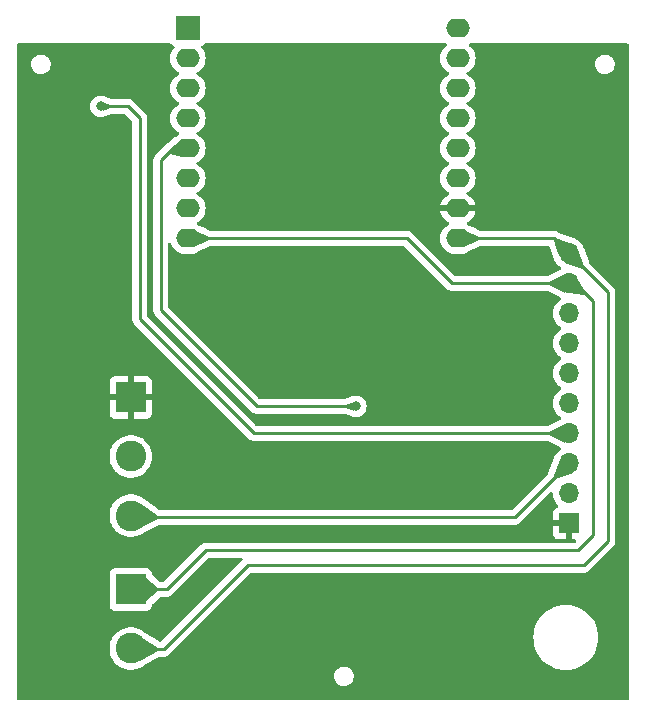
<source format=gbl>
%TF.GenerationSoftware,KiCad,Pcbnew,7.0.8*%
%TF.CreationDate,2023-11-06T13:52:09-08:00*%
%TF.ProjectId,RatGDO-OpenSource-D1Mini-ESP8266,52617447-444f-42d4-9f70-656e536f7572,2.5.0*%
%TF.SameCoordinates,Original*%
%TF.FileFunction,Copper,L2,Bot*%
%TF.FilePolarity,Positive*%
%FSLAX46Y46*%
G04 Gerber Fmt 4.6, Leading zero omitted, Abs format (unit mm)*
G04 Created by KiCad (PCBNEW 7.0.8) date 2023-11-06 13:52:09*
%MOMM*%
%LPD*%
G01*
G04 APERTURE LIST*
%TA.AperFunction,ComponentPad*%
%ADD10R,2.600000X2.600000*%
%TD*%
%TA.AperFunction,ComponentPad*%
%ADD11C,2.600000*%
%TD*%
%TA.AperFunction,ComponentPad*%
%ADD12R,2.000000X2.000000*%
%TD*%
%TA.AperFunction,ComponentPad*%
%ADD13O,2.000000X1.600000*%
%TD*%
%TA.AperFunction,ComponentPad*%
%ADD14R,1.700000X1.700000*%
%TD*%
%TA.AperFunction,ComponentPad*%
%ADD15O,1.700000X1.700000*%
%TD*%
%TA.AperFunction,ViaPad*%
%ADD16C,0.800000*%
%TD*%
%TA.AperFunction,Conductor*%
%ADD17C,0.250000*%
%TD*%
G04 APERTURE END LIST*
D10*
%TO.P,J3,1,3V3*%
%TO.N,+3V3*%
X124714000Y-113538000D03*
D11*
%TO.P,J3,2,5V*%
%TO.N,+5V*%
X124714000Y-118538000D03*
%TD*%
D12*
%TO.P,U1,1,~{RST}*%
%TO.N,unconnected-(U1-~{RST}-Pad1)*%
X129547500Y-66040000D03*
D13*
%TO.P,U1,2,A0*%
%TO.N,unconnected-(U1-A0-Pad2)*%
X129547500Y-68580000D03*
%TO.P,U1,3,D0*%
%TO.N,Net-(Q3-G)*%
X129547500Y-71120000D03*
%TO.P,U1,4,SCK/D5*%
%TO.N,Net-(D1-A)*%
X129547500Y-73660000D03*
%TO.P,U1,5,MISO/D6*%
%TO.N,Net-(D2-A)*%
X129547500Y-76200000D03*
%TO.P,U1,6,MOSI/D7*%
%TO.N,Net-(U1-MOSI{slash}D7)*%
X129547500Y-78740000D03*
%TO.P,U1,7,CS/D8*%
%TO.N,Net-(Q4-G)*%
X129547500Y-81280000D03*
%TO.P,U1,8,3V3*%
%TO.N,+3V3*%
X129547500Y-83820000D03*
%TO.P,U1,9,5V*%
%TO.N,+5V*%
X152407500Y-83820000D03*
%TO.P,U1,10,GND*%
%TO.N,GND*%
X152407500Y-81280000D03*
%TO.P,U1,11,D4*%
%TO.N,unconnected-(U1-D4-Pad11)*%
X152407500Y-78740000D03*
%TO.P,U1,12,D3*%
%TO.N,Net-(D3-A)*%
X152407500Y-76200000D03*
%TO.P,U1,13,SDA/D2*%
%TO.N,/ESP_RX*%
X152407500Y-73660000D03*
%TO.P,U1,14,SCL/D1*%
%TO.N,/ESP_TX*%
X152407500Y-71120000D03*
%TO.P,U1,15,RX*%
%TO.N,unconnected-(U1-RX-Pad15)*%
X152407500Y-68580000D03*
%TO.P,U1,16,TX*%
%TO.N,unconnected-(U1-TX-Pad16)*%
X152407500Y-66040000D03*
%TD*%
D10*
%TO.P,J1,1,WHT/GND*%
%TO.N,GND*%
X124714000Y-97282000D03*
D11*
%TO.P,J1,2,RED/CTRL*%
%TO.N,RED{slash}CTRL*%
X124714000Y-102282000D03*
%TO.P,J1,3,BLK/OBST*%
%TO.N,BLK{slash}OBST*%
X124714000Y-107282000D03*
%TD*%
D14*
%TO.P,J2,1,WHT/GND*%
%TO.N,GND*%
X161798000Y-107950000D03*
D15*
%TO.P,J2,2,RED/CTRL*%
%TO.N,RED{slash}CTRL*%
X161798000Y-105410000D03*
%TO.P,J2,3,BLK/OBST*%
%TO.N,BLK{slash}OBST*%
X161798000Y-102870000D03*
%TO.P,J2,4,STS_DOOR*%
%TO.N,STS_DOOR*%
X161798000Y-100330000D03*
%TO.P,J2,5,STS_OBST*%
%TO.N,STS_OBST*%
X161798000Y-97790000D03*
%TO.P,J2,6,DC_OPEN*%
%TO.N,DC_OPEN*%
X161798000Y-95250000D03*
%TO.P,J2,7,DC_CLOSE*%
%TO.N,DC_CLOSE*%
X161798000Y-92710000D03*
%TO.P,J2,8,DC_LIGHT*%
%TO.N,DC_LIGHT*%
X161798000Y-90170000D03*
%TO.P,J2,9,3V3*%
%TO.N,+3V3*%
X161798000Y-87630000D03*
%TO.P,J2,10,5V*%
%TO.N,+5V*%
X161798000Y-85090000D03*
%TD*%
D16*
%TO.N,Net-(D2-A)*%
X143764000Y-98044000D03*
%TO.N,STS_DOOR*%
X122174000Y-72644000D03*
%TD*%
D17*
%TO.N,BLK{slash}OBST*%
X157226000Y-107442000D02*
X161798000Y-102870000D01*
X125585000Y-107442000D02*
X157226000Y-107442000D01*
%TO.N,+5V*%
X165100000Y-88392000D02*
X161798000Y-85090000D01*
X134620000Y-111506000D02*
X163068000Y-111506000D01*
X127508000Y-118618000D02*
X134620000Y-111506000D01*
X125385000Y-118618000D02*
X127508000Y-118618000D01*
X163068000Y-111506000D02*
X165100000Y-109474000D01*
X165100000Y-109474000D02*
X165100000Y-88392000D01*
%TO.N,+3V3*%
X163830000Y-108966000D02*
X163830000Y-89154000D01*
X131064000Y-110236000D02*
X162560000Y-110236000D01*
X163830000Y-89154000D02*
X162306000Y-87630000D01*
X125465000Y-113538000D02*
X127762000Y-113538000D01*
X127762000Y-113538000D02*
X131064000Y-110236000D01*
X162560000Y-110236000D02*
X163830000Y-108966000D01*
%TO.N,Net-(D2-A)*%
X127254000Y-77216000D02*
X128270000Y-76200000D01*
X127254000Y-89916000D02*
X127254000Y-77216000D01*
X135382000Y-98044000D02*
X127254000Y-89916000D01*
X128270000Y-76200000D02*
X129547500Y-76200000D01*
X143764000Y-98044000D02*
X135382000Y-98044000D01*
%TO.N,+5V*%
X152407500Y-83820000D02*
X160528000Y-83820000D01*
X160528000Y-83820000D02*
X161798000Y-85090000D01*
%TO.N,STS_DOOR*%
X125476000Y-90678000D02*
X135128000Y-100330000D01*
X125476000Y-73660000D02*
X125476000Y-90678000D01*
X135128000Y-100330000D02*
X161798000Y-100330000D01*
X124460000Y-72644000D02*
X125476000Y-73660000D01*
X122174000Y-72644000D02*
X124460000Y-72644000D01*
%TO.N,+3V3*%
X151892000Y-87630000D02*
X148082000Y-83820000D01*
X148082000Y-83820000D02*
X129547500Y-83820000D01*
X161798000Y-87630000D02*
X151892000Y-87630000D01*
%TD*%
%TA.AperFunction,Conductor*%
%TO.N,GND*%
G36*
X128129387Y-67329685D02*
G01*
X128161612Y-67359686D01*
X128189954Y-67397546D01*
X128236143Y-67432123D01*
X128305164Y-67483793D01*
X128305169Y-67483796D01*
X128342413Y-67497687D01*
X128398346Y-67539556D01*
X128422765Y-67605020D01*
X128407914Y-67673293D01*
X128386763Y-67701549D01*
X128347454Y-67740858D01*
X128216932Y-67927265D01*
X128216931Y-67927267D01*
X128120761Y-68133502D01*
X128120758Y-68133511D01*
X128061866Y-68353302D01*
X128061864Y-68353313D01*
X128042032Y-68579998D01*
X128042032Y-68580001D01*
X128061864Y-68806686D01*
X128061866Y-68806697D01*
X128120758Y-69026488D01*
X128120761Y-69026497D01*
X128216931Y-69232732D01*
X128216932Y-69232734D01*
X128347454Y-69419141D01*
X128508358Y-69580045D01*
X128508361Y-69580047D01*
X128694766Y-69710568D01*
X128752775Y-69737618D01*
X128805214Y-69783791D01*
X128824366Y-69850984D01*
X128804150Y-69917865D01*
X128752775Y-69962382D01*
X128694767Y-69989431D01*
X128694765Y-69989432D01*
X128508358Y-70119954D01*
X128347454Y-70280858D01*
X128216932Y-70467265D01*
X128216931Y-70467267D01*
X128120761Y-70673502D01*
X128120758Y-70673511D01*
X128061866Y-70893302D01*
X128061864Y-70893313D01*
X128042032Y-71119998D01*
X128042032Y-71120001D01*
X128061864Y-71346686D01*
X128061866Y-71346697D01*
X128120758Y-71566488D01*
X128120761Y-71566497D01*
X128216931Y-71772732D01*
X128216932Y-71772734D01*
X128347454Y-71959141D01*
X128508358Y-72120045D01*
X128508361Y-72120047D01*
X128694766Y-72250568D01*
X128748694Y-72275715D01*
X128752775Y-72277618D01*
X128805214Y-72323791D01*
X128824366Y-72390984D01*
X128804150Y-72457865D01*
X128752775Y-72502382D01*
X128694767Y-72529431D01*
X128694765Y-72529432D01*
X128508358Y-72659954D01*
X128347454Y-72820858D01*
X128216932Y-73007265D01*
X128216931Y-73007267D01*
X128120761Y-73213502D01*
X128120758Y-73213511D01*
X128061866Y-73433302D01*
X128061864Y-73433313D01*
X128042032Y-73659998D01*
X128042032Y-73660001D01*
X128061864Y-73886686D01*
X128061866Y-73886697D01*
X128120758Y-74106488D01*
X128120761Y-74106497D01*
X128216931Y-74312732D01*
X128216932Y-74312734D01*
X128347454Y-74499141D01*
X128508358Y-74660045D01*
X128508361Y-74660047D01*
X128694766Y-74790568D01*
X128752775Y-74817618D01*
X128805214Y-74863791D01*
X128824366Y-74930984D01*
X128804150Y-74997865D01*
X128752775Y-75042382D01*
X128694767Y-75069431D01*
X128694765Y-75069432D01*
X128508366Y-75199948D01*
X128508357Y-75199956D01*
X128469502Y-75238810D01*
X128449274Y-75255177D01*
X128442247Y-75259732D01*
X128442242Y-75259735D01*
X128051011Y-75601377D01*
X128026127Y-75617087D01*
X128026321Y-75617414D01*
X128002364Y-75631580D01*
X127984905Y-75640133D01*
X127966274Y-75647510D01*
X127966262Y-75647517D01*
X127928570Y-75674902D01*
X127923687Y-75678109D01*
X127883580Y-75701829D01*
X127869414Y-75715995D01*
X127854624Y-75728627D01*
X127838414Y-75740404D01*
X127838411Y-75740407D01*
X127808710Y-75776309D01*
X127804777Y-75780631D01*
X127524064Y-76061345D01*
X127521005Y-76064204D01*
X127482524Y-76097809D01*
X127482523Y-76097810D01*
X127475588Y-76104300D01*
X127427405Y-76156186D01*
X127427404Y-76156187D01*
X127427399Y-76156193D01*
X127427343Y-76156268D01*
X127415720Y-76169688D01*
X126870208Y-76715199D01*
X126857951Y-76725020D01*
X126858134Y-76725241D01*
X126852123Y-76730213D01*
X126804772Y-76780636D01*
X126783889Y-76801519D01*
X126783877Y-76801532D01*
X126779621Y-76807017D01*
X126775837Y-76811447D01*
X126743937Y-76845418D01*
X126743936Y-76845420D01*
X126734284Y-76862976D01*
X126723610Y-76879226D01*
X126711329Y-76895061D01*
X126711324Y-76895068D01*
X126692815Y-76937838D01*
X126690245Y-76943084D01*
X126667803Y-76983906D01*
X126662822Y-77003307D01*
X126656521Y-77021710D01*
X126648562Y-77040102D01*
X126648561Y-77040105D01*
X126641271Y-77086127D01*
X126640087Y-77091846D01*
X126628501Y-77136972D01*
X126628500Y-77136982D01*
X126628500Y-77157016D01*
X126626973Y-77176415D01*
X126623840Y-77196194D01*
X126623840Y-77196195D01*
X126628225Y-77242583D01*
X126628500Y-77248421D01*
X126628500Y-89833255D01*
X126626775Y-89848872D01*
X126627061Y-89848899D01*
X126626326Y-89856665D01*
X126628500Y-89925814D01*
X126628500Y-89955343D01*
X126628501Y-89955360D01*
X126629368Y-89962231D01*
X126629826Y-89968050D01*
X126631290Y-90014624D01*
X126631291Y-90014627D01*
X126636880Y-90033867D01*
X126640824Y-90052911D01*
X126643336Y-90072791D01*
X126660490Y-90116119D01*
X126662382Y-90121647D01*
X126675381Y-90166388D01*
X126685580Y-90183634D01*
X126694138Y-90201103D01*
X126701514Y-90219732D01*
X126728898Y-90257423D01*
X126732106Y-90262307D01*
X126755827Y-90302416D01*
X126755833Y-90302424D01*
X126769990Y-90316580D01*
X126782628Y-90331376D01*
X126794405Y-90347586D01*
X126794406Y-90347587D01*
X126830309Y-90377288D01*
X126834620Y-90381210D01*
X132871834Y-96418425D01*
X134881197Y-98427788D01*
X134891022Y-98440051D01*
X134891243Y-98439869D01*
X134896214Y-98445878D01*
X134919599Y-98467837D01*
X134946635Y-98493226D01*
X134967529Y-98514120D01*
X134973011Y-98518373D01*
X134977443Y-98522157D01*
X135011418Y-98554062D01*
X135028976Y-98563714D01*
X135045233Y-98574393D01*
X135061064Y-98586673D01*
X135080737Y-98595186D01*
X135103833Y-98605182D01*
X135109077Y-98607750D01*
X135149908Y-98630197D01*
X135162523Y-98633435D01*
X135169305Y-98635177D01*
X135187719Y-98641481D01*
X135206104Y-98649438D01*
X135252157Y-98656732D01*
X135257826Y-98657906D01*
X135302981Y-98669500D01*
X135323016Y-98669500D01*
X135342413Y-98671026D01*
X135362196Y-98674160D01*
X135408584Y-98669775D01*
X135414422Y-98669500D01*
X142835766Y-98669500D01*
X142879610Y-98677510D01*
X143421599Y-98882394D01*
X143461986Y-98895611D01*
X143467915Y-98897894D01*
X143476073Y-98901527D01*
X143484194Y-98905143D01*
X143484197Y-98905144D01*
X143669354Y-98944500D01*
X143669355Y-98944500D01*
X143858644Y-98944500D01*
X143858646Y-98944500D01*
X144043803Y-98905144D01*
X144216730Y-98828151D01*
X144369871Y-98716888D01*
X144496533Y-98576216D01*
X144591179Y-98412284D01*
X144649674Y-98232256D01*
X144669460Y-98044000D01*
X144649674Y-97855744D01*
X144591179Y-97675716D01*
X144496533Y-97511784D01*
X144369871Y-97371112D01*
X144369870Y-97371111D01*
X144216734Y-97259851D01*
X144216729Y-97259848D01*
X144043807Y-97182857D01*
X144043802Y-97182855D01*
X143898001Y-97151865D01*
X143858646Y-97143500D01*
X143669354Y-97143500D01*
X143629999Y-97151865D01*
X143484198Y-97182855D01*
X143484193Y-97182857D01*
X143455938Y-97195437D01*
X143432400Y-97203205D01*
X143421607Y-97205602D01*
X143421593Y-97205607D01*
X142879609Y-97410489D01*
X142835763Y-97418500D01*
X135692452Y-97418500D01*
X135625413Y-97398815D01*
X135604771Y-97382181D01*
X127915819Y-89693228D01*
X127882334Y-89631905D01*
X127879500Y-89605547D01*
X127879500Y-84306876D01*
X127899185Y-84239837D01*
X127951989Y-84194082D01*
X128021147Y-84184138D01*
X128084703Y-84213163D01*
X128118147Y-84261740D01*
X128118473Y-84261589D01*
X128119375Y-84263524D01*
X128120021Y-84264462D01*
X128120759Y-84266488D01*
X128120761Y-84266496D01*
X128206150Y-84449613D01*
X128216931Y-84472732D01*
X128216932Y-84472734D01*
X128347454Y-84659141D01*
X128508358Y-84820045D01*
X128508361Y-84820047D01*
X128694766Y-84950568D01*
X128901004Y-85046739D01*
X129120808Y-85105635D01*
X129290716Y-85120500D01*
X129804284Y-85120500D01*
X129974192Y-85105635D01*
X130193996Y-85046739D01*
X130246283Y-85022355D01*
X130254144Y-85019321D01*
X130279415Y-85011496D01*
X131446672Y-84457477D01*
X131499841Y-84445500D01*
X147771548Y-84445500D01*
X147838587Y-84465185D01*
X147859229Y-84481819D01*
X151391194Y-88013784D01*
X151401019Y-88026048D01*
X151401240Y-88025866D01*
X151406210Y-88031873D01*
X151406213Y-88031876D01*
X151406214Y-88031877D01*
X151456651Y-88079241D01*
X151477530Y-88100120D01*
X151483004Y-88104366D01*
X151487442Y-88108156D01*
X151521418Y-88140062D01*
X151538973Y-88149713D01*
X151555231Y-88160392D01*
X151571064Y-88172674D01*
X151593015Y-88182172D01*
X151613837Y-88191183D01*
X151619081Y-88193752D01*
X151659908Y-88216197D01*
X151679312Y-88221179D01*
X151697710Y-88227478D01*
X151716105Y-88235438D01*
X151762129Y-88242726D01*
X151767832Y-88243907D01*
X151812981Y-88255500D01*
X151833016Y-88255500D01*
X151852413Y-88257026D01*
X151872196Y-88260160D01*
X151918584Y-88255775D01*
X151924422Y-88255500D01*
X159944251Y-88255500D01*
X159997938Y-88267725D01*
X161089385Y-88791963D01*
X161141292Y-88838731D01*
X161159674Y-88906140D01*
X161138694Y-88972785D01*
X161106821Y-89005312D01*
X160926594Y-89131508D01*
X160759505Y-89298597D01*
X160623965Y-89492169D01*
X160623964Y-89492171D01*
X160524098Y-89706335D01*
X160524094Y-89706344D01*
X160462938Y-89934586D01*
X160462936Y-89934596D01*
X160442341Y-90169999D01*
X160442341Y-90170000D01*
X160462936Y-90405403D01*
X160462938Y-90405413D01*
X160524094Y-90633655D01*
X160524096Y-90633659D01*
X160524097Y-90633663D01*
X160599730Y-90795858D01*
X160623965Y-90847830D01*
X160623967Y-90847834D01*
X160704680Y-90963103D01*
X160745777Y-91021796D01*
X160759501Y-91041395D01*
X160759506Y-91041402D01*
X160926597Y-91208493D01*
X160926603Y-91208498D01*
X161112158Y-91338425D01*
X161155783Y-91393002D01*
X161162977Y-91462500D01*
X161131454Y-91524855D01*
X161112158Y-91541575D01*
X160926597Y-91671505D01*
X160759505Y-91838597D01*
X160623965Y-92032169D01*
X160623964Y-92032171D01*
X160524098Y-92246335D01*
X160524094Y-92246344D01*
X160462938Y-92474586D01*
X160462936Y-92474596D01*
X160442341Y-92709999D01*
X160442341Y-92710000D01*
X160462936Y-92945403D01*
X160462938Y-92945413D01*
X160524094Y-93173655D01*
X160524096Y-93173659D01*
X160524097Y-93173663D01*
X160600613Y-93337751D01*
X160623965Y-93387830D01*
X160623967Y-93387834D01*
X160759501Y-93581395D01*
X160759506Y-93581402D01*
X160926597Y-93748493D01*
X160926603Y-93748498D01*
X161112158Y-93878425D01*
X161155783Y-93933002D01*
X161162977Y-94002500D01*
X161131454Y-94064855D01*
X161112158Y-94081575D01*
X160926597Y-94211505D01*
X160759505Y-94378597D01*
X160623965Y-94572169D01*
X160623964Y-94572171D01*
X160524098Y-94786335D01*
X160524094Y-94786344D01*
X160462938Y-95014586D01*
X160462936Y-95014596D01*
X160442341Y-95249999D01*
X160442341Y-95250000D01*
X160462936Y-95485403D01*
X160462938Y-95485413D01*
X160524094Y-95713655D01*
X160524096Y-95713659D01*
X160524097Y-95713663D01*
X160599153Y-95874620D01*
X160623965Y-95927830D01*
X160623967Y-95927834D01*
X160759501Y-96121395D01*
X160759506Y-96121402D01*
X160926597Y-96288493D01*
X160926603Y-96288498D01*
X161112158Y-96418425D01*
X161155783Y-96473002D01*
X161162977Y-96542500D01*
X161131454Y-96604855D01*
X161112158Y-96621575D01*
X160926597Y-96751505D01*
X160759505Y-96918597D01*
X160623965Y-97112169D01*
X160623964Y-97112171D01*
X160524098Y-97326335D01*
X160524094Y-97326344D01*
X160462938Y-97554586D01*
X160462936Y-97554596D01*
X160442341Y-97789999D01*
X160442341Y-97790000D01*
X160462936Y-98025403D01*
X160462938Y-98025413D01*
X160524094Y-98253655D01*
X160524096Y-98253659D01*
X160524097Y-98253663D01*
X160600613Y-98417751D01*
X160623965Y-98467830D01*
X160623967Y-98467834D01*
X160732281Y-98622521D01*
X160751128Y-98649438D01*
X160759501Y-98661395D01*
X160759506Y-98661402D01*
X160926597Y-98828493D01*
X160926603Y-98828498D01*
X161106818Y-98954686D01*
X161150443Y-99009263D01*
X161157637Y-99078761D01*
X161126114Y-99141116D01*
X161089382Y-99168036D01*
X159997935Y-99692275D01*
X159944248Y-99704500D01*
X135438453Y-99704500D01*
X135371414Y-99684815D01*
X135350772Y-99668181D01*
X126137819Y-90455228D01*
X126104334Y-90393905D01*
X126101500Y-90367547D01*
X126101500Y-73742742D01*
X126103224Y-73727122D01*
X126102939Y-73727096D01*
X126103671Y-73719340D01*
X126103673Y-73719333D01*
X126101500Y-73650185D01*
X126101500Y-73620650D01*
X126100631Y-73613772D01*
X126100172Y-73607943D01*
X126098709Y-73561372D01*
X126093122Y-73542144D01*
X126089174Y-73523084D01*
X126086664Y-73503208D01*
X126086663Y-73503206D01*
X126086663Y-73503204D01*
X126069512Y-73459887D01*
X126067619Y-73454358D01*
X126054618Y-73409609D01*
X126054616Y-73409606D01*
X126044423Y-73392371D01*
X126035861Y-73374894D01*
X126028487Y-73356270D01*
X126028486Y-73356268D01*
X126001079Y-73318545D01*
X125997888Y-73313686D01*
X125974172Y-73273583D01*
X125974165Y-73273574D01*
X125960006Y-73259415D01*
X125947368Y-73244619D01*
X125935594Y-73228413D01*
X125917580Y-73213511D01*
X125899688Y-73198709D01*
X125895376Y-73194786D01*
X124960803Y-72260212D01*
X124950980Y-72247950D01*
X124950759Y-72248134D01*
X124945786Y-72242123D01*
X124895364Y-72194773D01*
X124884919Y-72184328D01*
X124874475Y-72173883D01*
X124868986Y-72169625D01*
X124864561Y-72165847D01*
X124830582Y-72133938D01*
X124830580Y-72133936D01*
X124830577Y-72133935D01*
X124813029Y-72124288D01*
X124796763Y-72113604D01*
X124780933Y-72101325D01*
X124738168Y-72082818D01*
X124732922Y-72080248D01*
X124692093Y-72057803D01*
X124692092Y-72057802D01*
X124672693Y-72052822D01*
X124654281Y-72046518D01*
X124635898Y-72038562D01*
X124635892Y-72038560D01*
X124589874Y-72031272D01*
X124584152Y-72030087D01*
X124539021Y-72018500D01*
X124539019Y-72018500D01*
X124518984Y-72018500D01*
X124499586Y-72016973D01*
X124492162Y-72015797D01*
X124479805Y-72013840D01*
X124479804Y-72013840D01*
X124433416Y-72018225D01*
X124427578Y-72018500D01*
X123102236Y-72018500D01*
X123058391Y-72010489D01*
X122852022Y-71932477D01*
X122533437Y-71812045D01*
X122516407Y-71805608D01*
X122516401Y-71805606D01*
X122516393Y-71805603D01*
X122476016Y-71792388D01*
X122470088Y-71790106D01*
X122464567Y-71787648D01*
X122453804Y-71782856D01*
X122361224Y-71763178D01*
X122268646Y-71743500D01*
X122079354Y-71743500D01*
X122046897Y-71750398D01*
X121894197Y-71782855D01*
X121894192Y-71782857D01*
X121721270Y-71859848D01*
X121721265Y-71859851D01*
X121568129Y-71971111D01*
X121441466Y-72111785D01*
X121346821Y-72275715D01*
X121346818Y-72275722D01*
X121295631Y-72433261D01*
X121288326Y-72455744D01*
X121268540Y-72644000D01*
X121288326Y-72832256D01*
X121288327Y-72832259D01*
X121346818Y-73012277D01*
X121346821Y-73012284D01*
X121441467Y-73176216D01*
X121475048Y-73213511D01*
X121568129Y-73316888D01*
X121721265Y-73428148D01*
X121721270Y-73428151D01*
X121894192Y-73505142D01*
X121894197Y-73505144D01*
X122079354Y-73544500D01*
X122079355Y-73544500D01*
X122268644Y-73544500D01*
X122268646Y-73544500D01*
X122453803Y-73505144D01*
X122482056Y-73492563D01*
X122505607Y-73484792D01*
X122513286Y-73483085D01*
X122516400Y-73482394D01*
X123058389Y-73277510D01*
X123102234Y-73269500D01*
X124149548Y-73269500D01*
X124216587Y-73289185D01*
X124237229Y-73305819D01*
X124814181Y-73882771D01*
X124847666Y-73944094D01*
X124850500Y-73970452D01*
X124850500Y-90595255D01*
X124848775Y-90610872D01*
X124849061Y-90610899D01*
X124848326Y-90618665D01*
X124850500Y-90687814D01*
X124850500Y-90717343D01*
X124850501Y-90717360D01*
X124851368Y-90724231D01*
X124851826Y-90730050D01*
X124853290Y-90776624D01*
X124853291Y-90776627D01*
X124858880Y-90795867D01*
X124862824Y-90814911D01*
X124865336Y-90834792D01*
X124882490Y-90878119D01*
X124884382Y-90883647D01*
X124897381Y-90928388D01*
X124907580Y-90945634D01*
X124916138Y-90963103D01*
X124923514Y-90981732D01*
X124950898Y-91019423D01*
X124954106Y-91024307D01*
X124977827Y-91064416D01*
X124977833Y-91064424D01*
X124991990Y-91078580D01*
X125004628Y-91093376D01*
X125016405Y-91109586D01*
X125016406Y-91109587D01*
X125052309Y-91139288D01*
X125056620Y-91143210D01*
X132317932Y-98404523D01*
X134627197Y-100713788D01*
X134637022Y-100726051D01*
X134637243Y-100725869D01*
X134642214Y-100731878D01*
X134668217Y-100756295D01*
X134692635Y-100779226D01*
X134713529Y-100800120D01*
X134719011Y-100804373D01*
X134723443Y-100808157D01*
X134757418Y-100840062D01*
X134774976Y-100849714D01*
X134791235Y-100860395D01*
X134807064Y-100872673D01*
X134849838Y-100891182D01*
X134855056Y-100893738D01*
X134895908Y-100916197D01*
X134915316Y-100921180D01*
X134933717Y-100927480D01*
X134952104Y-100935437D01*
X134995488Y-100942308D01*
X134998119Y-100942725D01*
X135003839Y-100943909D01*
X135048981Y-100955500D01*
X135069016Y-100955500D01*
X135088414Y-100957026D01*
X135108194Y-100960159D01*
X135108195Y-100960160D01*
X135108195Y-100960159D01*
X135108196Y-100960160D01*
X135154584Y-100955775D01*
X135160422Y-100955500D01*
X159944251Y-100955500D01*
X159997938Y-100967725D01*
X161089385Y-101491963D01*
X161141292Y-101538731D01*
X161159674Y-101606140D01*
X161138694Y-101672785D01*
X161106821Y-101705312D01*
X160926594Y-101831508D01*
X160759505Y-101998597D01*
X160623965Y-102192169D01*
X160623964Y-102192171D01*
X160537036Y-102378587D01*
X160531649Y-102388924D01*
X160531645Y-102388933D01*
X160530930Y-102390969D01*
X160528629Y-102396614D01*
X160524097Y-102406334D01*
X160524097Y-102406336D01*
X160520064Y-102421385D01*
X160518677Y-102425874D01*
X160074222Y-103691897D01*
X160044903Y-103738504D01*
X157003228Y-106780181D01*
X156941905Y-106813666D01*
X156915547Y-106816500D01*
X127190565Y-106816500D01*
X127123526Y-106796815D01*
X127119701Y-106794256D01*
X127000627Y-106711332D01*
X126051694Y-106050485D01*
X125983784Y-106003192D01*
X125977038Y-105997756D01*
X125839741Y-105870365D01*
X125616775Y-105718349D01*
X125616769Y-105718346D01*
X125616768Y-105718345D01*
X125616767Y-105718344D01*
X125373643Y-105601263D01*
X125373645Y-105601263D01*
X125115773Y-105521720D01*
X125115767Y-105521718D01*
X124848936Y-105481500D01*
X124848929Y-105481500D01*
X124579071Y-105481500D01*
X124579063Y-105481500D01*
X124312232Y-105521718D01*
X124312226Y-105521720D01*
X124054358Y-105601262D01*
X123811230Y-105718346D01*
X123588258Y-105870365D01*
X123390442Y-106053910D01*
X123222185Y-106264898D01*
X123087258Y-106498599D01*
X123087256Y-106498603D01*
X122988666Y-106749804D01*
X122988664Y-106749811D01*
X122928616Y-107012898D01*
X122908451Y-107281995D01*
X122908451Y-107282004D01*
X122928616Y-107551101D01*
X122988664Y-107814188D01*
X122988666Y-107814195D01*
X123087256Y-108065396D01*
X123087258Y-108065400D01*
X123089725Y-108069673D01*
X123222185Y-108299102D01*
X123282674Y-108374952D01*
X123390442Y-108510089D01*
X123577183Y-108683358D01*
X123588259Y-108693635D01*
X123811226Y-108845651D01*
X124054359Y-108962738D01*
X124312228Y-109042280D01*
X124312229Y-109042280D01*
X124312232Y-109042281D01*
X124579063Y-109082499D01*
X124579068Y-109082499D01*
X124579071Y-109082500D01*
X124579072Y-109082500D01*
X124848928Y-109082500D01*
X124848929Y-109082500D01*
X124848936Y-109082499D01*
X125115767Y-109042281D01*
X125115768Y-109042280D01*
X125115772Y-109042280D01*
X125373641Y-108962738D01*
X125616775Y-108845651D01*
X125767421Y-108742940D01*
X125774578Y-108738734D01*
X127089043Y-108080620D01*
X127144557Y-108067500D01*
X157143257Y-108067500D01*
X157158877Y-108069224D01*
X157158904Y-108068939D01*
X157166660Y-108069671D01*
X157166667Y-108069673D01*
X157235814Y-108067500D01*
X157265350Y-108067500D01*
X157272228Y-108066630D01*
X157278041Y-108066172D01*
X157324627Y-108064709D01*
X157343869Y-108059117D01*
X157362912Y-108055174D01*
X157382792Y-108052664D01*
X157426122Y-108035507D01*
X157431646Y-108033617D01*
X157435396Y-108032527D01*
X157476390Y-108020618D01*
X157493629Y-108010422D01*
X157511103Y-108001862D01*
X157529727Y-107994488D01*
X157529727Y-107994487D01*
X157529732Y-107994486D01*
X157567449Y-107967082D01*
X157572305Y-107963892D01*
X157612420Y-107940170D01*
X157626589Y-107925999D01*
X157641379Y-107913368D01*
X157657587Y-107901594D01*
X157687299Y-107865676D01*
X157691212Y-107861376D01*
X160230661Y-105321927D01*
X160291983Y-105288444D01*
X160361675Y-105293428D01*
X160417608Y-105335300D01*
X160442025Y-105400764D01*
X160442341Y-105409610D01*
X160442341Y-105410000D01*
X160462936Y-105645403D01*
X160462938Y-105645413D01*
X160524094Y-105873655D01*
X160524096Y-105873659D01*
X160524097Y-105873663D01*
X160600613Y-106037751D01*
X160623965Y-106087830D01*
X160623967Y-106087834D01*
X160732281Y-106242521D01*
X160759501Y-106281396D01*
X160759506Y-106281402D01*
X160881818Y-106403714D01*
X160915303Y-106465037D01*
X160910319Y-106534729D01*
X160868447Y-106590662D01*
X160837471Y-106607577D01*
X160705912Y-106656646D01*
X160705906Y-106656649D01*
X160590812Y-106742809D01*
X160590809Y-106742812D01*
X160504649Y-106857906D01*
X160504645Y-106857913D01*
X160454403Y-106992620D01*
X160454401Y-106992627D01*
X160448000Y-107052155D01*
X160448000Y-107700000D01*
X161364314Y-107700000D01*
X161338507Y-107740156D01*
X161298000Y-107878111D01*
X161298000Y-108021889D01*
X161338507Y-108159844D01*
X161364314Y-108200000D01*
X160448000Y-108200000D01*
X160448000Y-108847844D01*
X160454401Y-108907372D01*
X160454403Y-108907379D01*
X160504645Y-109042086D01*
X160504649Y-109042093D01*
X160590809Y-109157187D01*
X160590812Y-109157190D01*
X160705906Y-109243350D01*
X160705913Y-109243354D01*
X160840620Y-109293596D01*
X160840627Y-109293598D01*
X160900155Y-109299999D01*
X160900172Y-109300000D01*
X161548000Y-109300000D01*
X161548000Y-108385501D01*
X161655685Y-108434680D01*
X161762237Y-108450000D01*
X161833763Y-108450000D01*
X161940315Y-108434680D01*
X162048000Y-108385501D01*
X162048000Y-109300000D01*
X162312047Y-109300000D01*
X162379086Y-109319685D01*
X162424841Y-109372489D01*
X162434785Y-109441647D01*
X162405760Y-109505203D01*
X162399728Y-109511681D01*
X162337228Y-109574181D01*
X162275905Y-109607666D01*
X162249547Y-109610500D01*
X131146737Y-109610500D01*
X131131120Y-109608776D01*
X131131093Y-109609062D01*
X131123331Y-109608327D01*
X131054203Y-109610500D01*
X131024650Y-109610500D01*
X131023929Y-109610590D01*
X131017757Y-109611369D01*
X131011945Y-109611826D01*
X130965373Y-109613290D01*
X130965372Y-109613290D01*
X130946129Y-109618881D01*
X130927079Y-109622825D01*
X130907211Y-109625334D01*
X130907209Y-109625335D01*
X130863884Y-109642488D01*
X130858357Y-109644380D01*
X130813610Y-109657381D01*
X130813609Y-109657382D01*
X130796367Y-109667579D01*
X130778899Y-109676137D01*
X130760269Y-109683513D01*
X130760267Y-109683514D01*
X130722576Y-109710898D01*
X130717694Y-109714105D01*
X130677579Y-109737830D01*
X130663408Y-109752000D01*
X130648623Y-109764628D01*
X130632412Y-109776407D01*
X130602709Y-109812310D01*
X130598777Y-109816631D01*
X127539228Y-112876181D01*
X127477905Y-112909666D01*
X127451547Y-112912500D01*
X127256240Y-112912500D01*
X127189201Y-112892815D01*
X127174585Y-112881819D01*
X126556844Y-112341294D01*
X126519354Y-112282334D01*
X126514499Y-112247975D01*
X126514499Y-112190129D01*
X126514498Y-112190123D01*
X126514497Y-112190116D01*
X126508091Y-112130517D01*
X126507962Y-112130172D01*
X126457797Y-111995671D01*
X126457793Y-111995664D01*
X126371547Y-111880455D01*
X126371544Y-111880452D01*
X126256335Y-111794206D01*
X126256328Y-111794202D01*
X126121482Y-111743908D01*
X126121483Y-111743908D01*
X126061883Y-111737501D01*
X126061881Y-111737500D01*
X126061873Y-111737500D01*
X126061864Y-111737500D01*
X123366129Y-111737500D01*
X123366123Y-111737501D01*
X123306516Y-111743908D01*
X123171671Y-111794202D01*
X123171664Y-111794206D01*
X123056455Y-111880452D01*
X123056452Y-111880455D01*
X122970206Y-111995664D01*
X122970202Y-111995671D01*
X122919908Y-112130517D01*
X122915898Y-112167819D01*
X122913501Y-112190123D01*
X122913500Y-112190135D01*
X122913500Y-114885870D01*
X122913501Y-114885876D01*
X122919908Y-114945483D01*
X122970202Y-115080328D01*
X122970206Y-115080335D01*
X123056452Y-115195544D01*
X123056455Y-115195547D01*
X123171664Y-115281793D01*
X123171671Y-115281797D01*
X123306517Y-115332091D01*
X123306516Y-115332091D01*
X123313444Y-115332835D01*
X123366127Y-115338500D01*
X126061872Y-115338499D01*
X126121483Y-115332091D01*
X126256331Y-115281796D01*
X126371546Y-115195546D01*
X126457796Y-115080331D01*
X126508091Y-114945483D01*
X126514500Y-114885873D01*
X126514499Y-114828020D01*
X126534182Y-114760982D01*
X126556840Y-114734705D01*
X127174585Y-114194179D01*
X127237999Y-114164849D01*
X127256239Y-114163500D01*
X127679257Y-114163500D01*
X127694877Y-114165224D01*
X127694904Y-114164939D01*
X127702660Y-114165671D01*
X127702667Y-114165673D01*
X127771814Y-114163500D01*
X127801350Y-114163500D01*
X127808228Y-114162630D01*
X127814041Y-114162172D01*
X127860627Y-114160709D01*
X127879869Y-114155117D01*
X127898912Y-114151174D01*
X127918792Y-114148664D01*
X127962122Y-114131507D01*
X127967646Y-114129617D01*
X127971396Y-114128527D01*
X128012390Y-114116618D01*
X128029629Y-114106422D01*
X128047103Y-114097862D01*
X128065727Y-114090488D01*
X128065727Y-114090487D01*
X128065732Y-114090486D01*
X128103449Y-114063082D01*
X128108305Y-114059892D01*
X128148420Y-114036170D01*
X128162589Y-114021999D01*
X128177379Y-114009368D01*
X128193587Y-113997594D01*
X128223299Y-113961676D01*
X128227212Y-113957376D01*
X131286772Y-110897819D01*
X131348095Y-110864334D01*
X131374453Y-110861500D01*
X134077867Y-110861500D01*
X134144906Y-110881185D01*
X134190661Y-110933989D01*
X134200605Y-111003147D01*
X134173407Y-111064544D01*
X134158708Y-111082311D01*
X134154777Y-111086632D01*
X127285228Y-117956181D01*
X127223905Y-117989666D01*
X127197547Y-117992500D01*
X127191460Y-117992500D01*
X127124760Y-117973033D01*
X127063810Y-117934142D01*
X125941380Y-117217937D01*
X125923740Y-117204304D01*
X125839745Y-117126368D01*
X125839741Y-117126365D01*
X125616775Y-116974349D01*
X125616769Y-116974346D01*
X125616768Y-116974345D01*
X125616767Y-116974344D01*
X125373643Y-116857263D01*
X125373645Y-116857263D01*
X125115773Y-116777720D01*
X125115767Y-116777718D01*
X124848936Y-116737500D01*
X124848929Y-116737500D01*
X124579071Y-116737500D01*
X124579063Y-116737500D01*
X124312232Y-116777718D01*
X124312226Y-116777720D01*
X124054358Y-116857262D01*
X123811230Y-116974346D01*
X123588258Y-117126365D01*
X123390442Y-117309910D01*
X123222185Y-117520898D01*
X123087258Y-117754599D01*
X123087256Y-117754603D01*
X122988666Y-118005804D01*
X122988664Y-118005811D01*
X122928616Y-118268898D01*
X122908451Y-118537995D01*
X122908451Y-118538004D01*
X122928616Y-118807101D01*
X122988664Y-119070188D01*
X122988666Y-119070195D01*
X123057360Y-119245224D01*
X123087257Y-119321398D01*
X123222185Y-119555102D01*
X123309461Y-119664542D01*
X123390442Y-119766089D01*
X123571268Y-119933870D01*
X123588259Y-119949635D01*
X123811226Y-120101651D01*
X124054359Y-120218738D01*
X124312228Y-120298280D01*
X124312229Y-120298280D01*
X124312232Y-120298281D01*
X124579063Y-120338499D01*
X124579068Y-120338499D01*
X124579071Y-120338500D01*
X124579072Y-120338500D01*
X124848928Y-120338500D01*
X124848929Y-120338500D01*
X124848936Y-120338499D01*
X125115767Y-120298281D01*
X125115768Y-120298280D01*
X125115772Y-120298280D01*
X125373641Y-120218738D01*
X125616775Y-120101651D01*
X125839741Y-119949635D01*
X125839751Y-119949625D01*
X125843373Y-119946738D01*
X125843797Y-119947270D01*
X125862471Y-119933871D01*
X127109588Y-119258463D01*
X127168639Y-119243500D01*
X127425257Y-119243500D01*
X127440877Y-119245224D01*
X127440904Y-119244939D01*
X127448660Y-119245671D01*
X127448667Y-119245673D01*
X127517814Y-119243500D01*
X127547350Y-119243500D01*
X127554228Y-119242630D01*
X127560041Y-119242172D01*
X127606627Y-119240709D01*
X127625869Y-119235117D01*
X127644912Y-119231174D01*
X127664792Y-119228664D01*
X127708122Y-119211507D01*
X127713646Y-119209617D01*
X127717396Y-119208527D01*
X127758390Y-119196618D01*
X127775629Y-119186422D01*
X127793103Y-119177862D01*
X127811727Y-119170488D01*
X127811727Y-119170487D01*
X127811732Y-119170486D01*
X127849449Y-119143082D01*
X127854305Y-119139892D01*
X127894420Y-119116170D01*
X127908589Y-119101999D01*
X127923379Y-119089368D01*
X127939587Y-119077594D01*
X127969299Y-119041676D01*
X127973212Y-119037376D01*
X129408589Y-117602000D01*
X158788473Y-117602000D01*
X158808563Y-117934136D01*
X158808563Y-117934141D01*
X158808564Y-117934142D01*
X158868544Y-118261441D01*
X158868545Y-118261445D01*
X158868546Y-118261449D01*
X158967530Y-118579104D01*
X158967534Y-118579116D01*
X158967537Y-118579123D01*
X159104102Y-118882557D01*
X159200301Y-119041689D01*
X159276251Y-119167326D01*
X159481460Y-119429255D01*
X159716744Y-119664539D01*
X159978673Y-119869748D01*
X159978678Y-119869751D01*
X159978682Y-119869754D01*
X160263443Y-120041898D01*
X160566877Y-120178463D01*
X160566890Y-120178467D01*
X160566895Y-120178469D01*
X160771248Y-120242147D01*
X160884559Y-120277456D01*
X161211858Y-120337436D01*
X161389740Y-120348196D01*
X161460892Y-120352500D01*
X161460894Y-120352500D01*
X161627108Y-120352500D01*
X161689365Y-120348734D01*
X161876142Y-120337436D01*
X162203441Y-120277456D01*
X162521123Y-120178463D01*
X162824557Y-120041898D01*
X163109318Y-119869754D01*
X163371252Y-119664542D01*
X163606542Y-119429252D01*
X163800680Y-119181453D01*
X163811748Y-119167326D01*
X163811748Y-119167324D01*
X163811754Y-119167318D01*
X163983898Y-118882557D01*
X164120463Y-118579123D01*
X164219456Y-118261441D01*
X164279436Y-117934142D01*
X164299527Y-117602000D01*
X164279436Y-117269858D01*
X164219456Y-116942559D01*
X164186458Y-116836665D01*
X164120469Y-116624895D01*
X164120467Y-116624890D01*
X164120463Y-116624877D01*
X163983898Y-116321443D01*
X163811754Y-116036682D01*
X163811751Y-116036678D01*
X163811748Y-116036673D01*
X163606539Y-115774744D01*
X163371255Y-115539460D01*
X163109326Y-115334251D01*
X163105753Y-115332091D01*
X162824557Y-115162102D01*
X162521123Y-115025537D01*
X162521116Y-115025534D01*
X162521104Y-115025530D01*
X162203449Y-114926546D01*
X162203445Y-114926545D01*
X162203441Y-114926544D01*
X161876142Y-114866564D01*
X161876141Y-114866563D01*
X161876136Y-114866563D01*
X161627108Y-114851500D01*
X161627106Y-114851500D01*
X161460894Y-114851500D01*
X161460892Y-114851500D01*
X161211863Y-114866563D01*
X161211858Y-114866564D01*
X160884559Y-114926544D01*
X160884556Y-114926544D01*
X160884550Y-114926546D01*
X160566895Y-115025530D01*
X160566879Y-115025536D01*
X160566877Y-115025537D01*
X160373656Y-115112498D01*
X160263447Y-115162100D01*
X160263445Y-115162101D01*
X159978673Y-115334251D01*
X159716744Y-115539460D01*
X159481460Y-115774744D01*
X159276251Y-116036673D01*
X159104101Y-116321445D01*
X159104100Y-116321447D01*
X158967536Y-116624880D01*
X158967530Y-116624895D01*
X158868546Y-116942550D01*
X158868544Y-116942556D01*
X158868544Y-116942559D01*
X158834860Y-117126365D01*
X158808563Y-117269863D01*
X158788473Y-117602000D01*
X129408589Y-117602000D01*
X134842772Y-112167819D01*
X134904095Y-112134334D01*
X134930453Y-112131500D01*
X162985257Y-112131500D01*
X163000877Y-112133224D01*
X163000904Y-112132939D01*
X163008660Y-112133671D01*
X163008667Y-112133673D01*
X163077814Y-112131500D01*
X163107350Y-112131500D01*
X163114228Y-112130630D01*
X163120041Y-112130172D01*
X163166627Y-112128709D01*
X163185869Y-112123117D01*
X163204912Y-112119174D01*
X163224792Y-112116664D01*
X163268122Y-112099507D01*
X163273646Y-112097617D01*
X163277396Y-112096527D01*
X163318390Y-112084618D01*
X163335629Y-112074422D01*
X163353103Y-112065862D01*
X163371727Y-112058488D01*
X163371727Y-112058487D01*
X163371732Y-112058486D01*
X163409449Y-112031082D01*
X163414305Y-112027892D01*
X163454420Y-112004170D01*
X163468589Y-111989999D01*
X163483379Y-111977368D01*
X163499587Y-111965594D01*
X163529299Y-111929676D01*
X163533212Y-111925376D01*
X165483788Y-109974801D01*
X165496042Y-109964986D01*
X165495859Y-109964764D01*
X165501866Y-109959792D01*
X165501877Y-109959786D01*
X165532775Y-109926882D01*
X165549227Y-109909364D01*
X165559671Y-109898918D01*
X165570120Y-109888471D01*
X165574379Y-109882978D01*
X165578152Y-109878561D01*
X165610062Y-109844582D01*
X165619715Y-109827020D01*
X165630389Y-109810770D01*
X165642673Y-109794936D01*
X165661180Y-109752167D01*
X165663749Y-109746924D01*
X165665953Y-109742913D01*
X165686197Y-109706092D01*
X165691177Y-109686691D01*
X165697478Y-109668288D01*
X165705438Y-109649896D01*
X165712730Y-109603849D01*
X165713911Y-109598152D01*
X165725500Y-109553019D01*
X165725500Y-109532983D01*
X165727027Y-109513582D01*
X165730160Y-109493804D01*
X165725775Y-109447415D01*
X165725500Y-109441577D01*
X165725500Y-88474737D01*
X165727223Y-88459120D01*
X165726938Y-88459093D01*
X165727672Y-88451331D01*
X165725500Y-88382203D01*
X165725500Y-88352651D01*
X165725500Y-88352650D01*
X165724629Y-88345759D01*
X165724172Y-88339945D01*
X165722709Y-88293372D01*
X165717122Y-88274144D01*
X165713174Y-88255084D01*
X165711613Y-88242726D01*
X165710664Y-88235208D01*
X165693507Y-88191875D01*
X165691619Y-88186359D01*
X165678619Y-88141612D01*
X165668418Y-88124363D01*
X165659860Y-88106894D01*
X165652486Y-88088268D01*
X165652483Y-88088264D01*
X165652483Y-88088263D01*
X165625098Y-88050571D01*
X165621890Y-88045687D01*
X165598172Y-88005582D01*
X165598163Y-88005571D01*
X165584005Y-87991413D01*
X165571370Y-87976620D01*
X165559593Y-87960412D01*
X165523693Y-87930713D01*
X165519381Y-87926790D01*
X163551094Y-85958503D01*
X163521775Y-85911896D01*
X163471198Y-85767829D01*
X163077323Y-84645879D01*
X163075935Y-84641386D01*
X163071903Y-84626337D01*
X163067371Y-84616618D01*
X163065059Y-84610946D01*
X163062113Y-84602553D01*
X163059483Y-84595658D01*
X163031093Y-84534001D01*
X163027768Y-84528410D01*
X163027996Y-84528273D01*
X163019720Y-84514431D01*
X162972035Y-84412171D01*
X162972034Y-84412169D01*
X162836494Y-84218597D01*
X162669402Y-84051506D01*
X162669395Y-84051501D01*
X162475831Y-83915965D01*
X162475829Y-83915964D01*
X162369144Y-83866216D01*
X162289401Y-83829031D01*
X162284424Y-83826437D01*
X162279078Y-83823651D01*
X162279074Y-83823649D01*
X162279073Y-83823649D01*
X162277045Y-83822937D01*
X162271389Y-83820632D01*
X162265266Y-83817777D01*
X162261664Y-83816097D01*
X162246614Y-83812064D01*
X162242126Y-83810677D01*
X160972735Y-83365040D01*
X160928924Y-83338431D01*
X160898585Y-83309940D01*
X160898577Y-83309935D01*
X160881029Y-83300288D01*
X160864763Y-83289604D01*
X160848933Y-83277325D01*
X160806168Y-83258818D01*
X160800922Y-83256248D01*
X160760093Y-83233803D01*
X160760092Y-83233802D01*
X160740693Y-83228822D01*
X160722281Y-83222518D01*
X160703898Y-83214562D01*
X160703892Y-83214560D01*
X160657874Y-83207272D01*
X160652152Y-83206087D01*
X160607021Y-83194500D01*
X160607019Y-83194500D01*
X160586984Y-83194500D01*
X160567586Y-83192973D01*
X160560162Y-83191797D01*
X160547805Y-83189840D01*
X160547804Y-83189840D01*
X160501416Y-83194225D01*
X160495578Y-83194500D01*
X154359843Y-83194500D01*
X154306674Y-83182522D01*
X153881789Y-82980858D01*
X153205199Y-82659726D01*
X153153076Y-82613198D01*
X153134382Y-82545875D01*
X153155054Y-82479133D01*
X153205966Y-82435321D01*
X153259983Y-82410133D01*
X153446320Y-82279657D01*
X153607157Y-82118820D01*
X153737634Y-81932482D01*
X153833765Y-81726326D01*
X153833769Y-81726317D01*
X153886372Y-81530000D01*
X152841186Y-81530000D01*
X152866993Y-81489844D01*
X152907500Y-81351889D01*
X152907500Y-81208111D01*
X152866993Y-81070156D01*
X152841186Y-81030000D01*
X153886372Y-81030000D01*
X153886372Y-81029999D01*
X153833769Y-80833682D01*
X153833765Y-80833673D01*
X153737634Y-80627517D01*
X153607157Y-80441179D01*
X153446320Y-80280342D01*
X153259982Y-80149865D01*
X153201633Y-80122657D01*
X153149194Y-80076484D01*
X153130042Y-80009291D01*
X153150258Y-79942410D01*
X153201629Y-79897895D01*
X153260234Y-79870568D01*
X153446639Y-79740047D01*
X153607547Y-79579139D01*
X153738068Y-79392734D01*
X153834239Y-79186496D01*
X153893135Y-78966692D01*
X153912968Y-78740000D01*
X153893135Y-78513308D01*
X153834239Y-78293504D01*
X153738068Y-78087266D01*
X153607547Y-77900861D01*
X153607545Y-77900858D01*
X153446641Y-77739954D01*
X153260234Y-77609432D01*
X153260228Y-77609429D01*
X153232538Y-77596517D01*
X153202224Y-77582381D01*
X153149785Y-77536210D01*
X153130633Y-77469017D01*
X153150848Y-77402135D01*
X153202225Y-77357618D01*
X153260234Y-77330568D01*
X153446639Y-77200047D01*
X153607547Y-77039139D01*
X153738068Y-76852734D01*
X153834239Y-76646496D01*
X153893135Y-76426692D01*
X153912968Y-76200000D01*
X153893135Y-75973308D01*
X153834239Y-75753504D01*
X153738068Y-75547266D01*
X153607547Y-75360861D01*
X153607545Y-75360858D01*
X153446641Y-75199954D01*
X153260234Y-75069432D01*
X153260228Y-75069429D01*
X153202225Y-75042382D01*
X153149785Y-74996210D01*
X153130633Y-74929017D01*
X153150848Y-74862135D01*
X153202225Y-74817618D01*
X153260234Y-74790568D01*
X153446639Y-74660047D01*
X153607547Y-74499139D01*
X153738068Y-74312734D01*
X153834239Y-74106496D01*
X153893135Y-73886692D01*
X153912968Y-73660000D01*
X153893135Y-73433308D01*
X153834239Y-73213504D01*
X153738068Y-73007266D01*
X153607547Y-72820861D01*
X153607545Y-72820858D01*
X153446641Y-72659954D01*
X153260234Y-72529432D01*
X153260228Y-72529429D01*
X153202225Y-72502382D01*
X153149785Y-72456210D01*
X153130633Y-72389017D01*
X153150848Y-72322135D01*
X153202225Y-72277618D01*
X153206306Y-72275715D01*
X153260234Y-72250568D01*
X153446639Y-72120047D01*
X153607547Y-71959139D01*
X153738068Y-71772734D01*
X153834239Y-71566496D01*
X153893135Y-71346692D01*
X153912968Y-71120000D01*
X153893135Y-70893308D01*
X153834239Y-70673504D01*
X153738068Y-70467266D01*
X153607547Y-70280861D01*
X153607545Y-70280858D01*
X153446641Y-70119954D01*
X153260234Y-69989432D01*
X153260228Y-69989429D01*
X153202225Y-69962382D01*
X153149785Y-69916210D01*
X153130633Y-69849017D01*
X153150848Y-69782135D01*
X153202225Y-69737618D01*
X153260234Y-69710568D01*
X153446639Y-69580047D01*
X153607547Y-69419139D01*
X153738068Y-69232734D01*
X153826548Y-69042989D01*
X164015844Y-69042989D01*
X164025577Y-69222501D01*
X164025578Y-69222506D01*
X164073670Y-69395718D01*
X164073674Y-69395726D01*
X164157881Y-69554557D01*
X164274264Y-69691573D01*
X164274265Y-69691574D01*
X164417382Y-69800369D01*
X164580541Y-69875854D01*
X164756113Y-69914500D01*
X164756116Y-69914500D01*
X164890810Y-69914500D01*
X164890816Y-69914500D01*
X165024721Y-69899937D01*
X165195085Y-69842535D01*
X165349126Y-69749851D01*
X165479642Y-69626220D01*
X165580529Y-69477423D01*
X165647070Y-69310416D01*
X165661483Y-69222506D01*
X165676155Y-69133010D01*
X165666422Y-68953498D01*
X165666421Y-68953493D01*
X165618329Y-68780281D01*
X165618325Y-68780273D01*
X165534118Y-68621442D01*
X165417735Y-68484426D01*
X165341070Y-68426147D01*
X165274618Y-68375631D01*
X165274616Y-68375630D01*
X165274615Y-68375629D01*
X165111457Y-68300145D01*
X164935887Y-68261500D01*
X164801184Y-68261500D01*
X164801182Y-68261500D01*
X164667278Y-68276063D01*
X164595806Y-68300145D01*
X164496915Y-68333465D01*
X164496913Y-68333465D01*
X164496913Y-68333466D01*
X164342876Y-68426147D01*
X164212356Y-68549781D01*
X164111471Y-68698575D01*
X164111470Y-68698576D01*
X164044929Y-68865583D01*
X164044928Y-68865587D01*
X164015845Y-69042986D01*
X164015844Y-69042989D01*
X153826548Y-69042989D01*
X153834239Y-69026496D01*
X153893135Y-68806692D01*
X153912968Y-68580000D01*
X153893135Y-68353308D01*
X153834239Y-68133504D01*
X153738068Y-67927266D01*
X153607547Y-67740861D01*
X153607545Y-67740858D01*
X153446641Y-67579954D01*
X153383260Y-67535575D01*
X153339635Y-67480999D01*
X153332441Y-67411501D01*
X153363963Y-67349146D01*
X153424193Y-67313731D01*
X153454383Y-67310000D01*
X166753500Y-67310000D01*
X166820539Y-67329685D01*
X166866294Y-67382489D01*
X166877500Y-67434000D01*
X166877500Y-122811500D01*
X166857815Y-122878539D01*
X166805011Y-122924294D01*
X166753500Y-122935500D01*
X115186500Y-122935500D01*
X115119461Y-122915815D01*
X115073706Y-122863011D01*
X115062500Y-122811500D01*
X115062500Y-120858989D01*
X141917844Y-120858989D01*
X141927577Y-121038501D01*
X141927578Y-121038506D01*
X141975670Y-121211718D01*
X141975674Y-121211726D01*
X142059881Y-121370557D01*
X142176264Y-121507573D01*
X142176265Y-121507574D01*
X142319382Y-121616369D01*
X142482541Y-121691854D01*
X142658113Y-121730500D01*
X142658116Y-121730500D01*
X142792810Y-121730500D01*
X142792816Y-121730500D01*
X142926721Y-121715937D01*
X143097085Y-121658535D01*
X143251126Y-121565851D01*
X143381642Y-121442220D01*
X143482529Y-121293423D01*
X143549070Y-121126416D01*
X143563483Y-121038506D01*
X143578155Y-120949010D01*
X143568422Y-120769498D01*
X143568421Y-120769493D01*
X143520329Y-120596281D01*
X143520325Y-120596273D01*
X143436118Y-120437442D01*
X143319735Y-120300426D01*
X143316911Y-120298279D01*
X143176618Y-120191631D01*
X143176616Y-120191630D01*
X143176615Y-120191629D01*
X143013457Y-120116145D01*
X142837887Y-120077500D01*
X142703184Y-120077500D01*
X142703182Y-120077500D01*
X142569278Y-120092063D01*
X142497806Y-120116145D01*
X142398915Y-120149465D01*
X142398913Y-120149465D01*
X142398913Y-120149466D01*
X142244876Y-120242147D01*
X142114356Y-120365781D01*
X142013471Y-120514575D01*
X142013470Y-120514576D01*
X141946929Y-120681583D01*
X141946928Y-120681587D01*
X141917845Y-120858986D01*
X141917844Y-120858989D01*
X115062500Y-120858989D01*
X115062500Y-102282004D01*
X122908451Y-102282004D01*
X122928616Y-102551101D01*
X122988664Y-102814188D01*
X122988666Y-102814195D01*
X123087257Y-103065398D01*
X123222185Y-103299102D01*
X123249747Y-103333663D01*
X123390442Y-103510089D01*
X123495925Y-103607962D01*
X123588259Y-103693635D01*
X123811226Y-103845651D01*
X124054359Y-103962738D01*
X124312228Y-104042280D01*
X124312229Y-104042280D01*
X124312232Y-104042281D01*
X124579063Y-104082499D01*
X124579068Y-104082499D01*
X124579071Y-104082500D01*
X124579072Y-104082500D01*
X124848928Y-104082500D01*
X124848929Y-104082500D01*
X124848936Y-104082499D01*
X125115767Y-104042281D01*
X125115768Y-104042280D01*
X125115772Y-104042280D01*
X125373641Y-103962738D01*
X125616775Y-103845651D01*
X125839741Y-103693635D01*
X126037561Y-103510085D01*
X126205815Y-103299102D01*
X126340743Y-103065398D01*
X126439334Y-102814195D01*
X126499383Y-102551103D01*
X126509104Y-102421385D01*
X126519549Y-102282004D01*
X126519549Y-102281995D01*
X126499383Y-102012898D01*
X126499383Y-102012897D01*
X126439334Y-101749805D01*
X126340743Y-101498602D01*
X126205815Y-101264898D01*
X126037561Y-101053915D01*
X126037560Y-101053914D01*
X126037557Y-101053910D01*
X125839741Y-100870365D01*
X125795290Y-100840059D01*
X125616775Y-100718349D01*
X125616769Y-100718346D01*
X125616768Y-100718345D01*
X125616767Y-100718344D01*
X125373643Y-100601263D01*
X125373645Y-100601263D01*
X125115773Y-100521720D01*
X125115767Y-100521718D01*
X124848936Y-100481500D01*
X124848929Y-100481500D01*
X124579071Y-100481500D01*
X124579063Y-100481500D01*
X124312232Y-100521718D01*
X124312226Y-100521720D01*
X124054358Y-100601262D01*
X123811230Y-100718346D01*
X123588258Y-100870365D01*
X123390442Y-101053910D01*
X123222185Y-101264898D01*
X123087258Y-101498599D01*
X123087256Y-101498603D01*
X122988666Y-101749804D01*
X122988664Y-101749811D01*
X122928616Y-102012898D01*
X122908451Y-102281995D01*
X122908451Y-102282004D01*
X115062500Y-102282004D01*
X115062500Y-98629844D01*
X122914000Y-98629844D01*
X122920401Y-98689372D01*
X122920403Y-98689379D01*
X122970645Y-98824086D01*
X122970649Y-98824093D01*
X123056809Y-98939187D01*
X123056812Y-98939190D01*
X123171906Y-99025350D01*
X123171913Y-99025354D01*
X123306620Y-99075596D01*
X123306627Y-99075598D01*
X123366155Y-99081999D01*
X123366172Y-99082000D01*
X124464000Y-99082000D01*
X124464000Y-97886310D01*
X124472817Y-97891158D01*
X124631886Y-97932000D01*
X124754894Y-97932000D01*
X124876933Y-97916583D01*
X124964000Y-97882110D01*
X124964000Y-99082000D01*
X126061828Y-99082000D01*
X126061844Y-99081999D01*
X126121372Y-99075598D01*
X126121379Y-99075596D01*
X126256086Y-99025354D01*
X126256093Y-99025350D01*
X126371187Y-98939190D01*
X126371190Y-98939187D01*
X126457350Y-98824093D01*
X126457354Y-98824086D01*
X126507596Y-98689379D01*
X126507598Y-98689372D01*
X126513999Y-98629844D01*
X126514000Y-98629827D01*
X126514000Y-97532000D01*
X125314728Y-97532000D01*
X125337100Y-97484457D01*
X125367873Y-97323138D01*
X125357561Y-97159234D01*
X125316220Y-97032000D01*
X126514000Y-97032000D01*
X126514000Y-95934172D01*
X126513999Y-95934155D01*
X126507598Y-95874627D01*
X126507596Y-95874620D01*
X126457354Y-95739913D01*
X126457350Y-95739906D01*
X126371190Y-95624812D01*
X126371187Y-95624809D01*
X126256093Y-95538649D01*
X126256086Y-95538645D01*
X126121379Y-95488403D01*
X126121372Y-95488401D01*
X126061844Y-95482000D01*
X124964000Y-95482000D01*
X124964000Y-96677689D01*
X124955183Y-96672842D01*
X124796114Y-96632000D01*
X124673106Y-96632000D01*
X124551067Y-96647417D01*
X124464000Y-96681889D01*
X124464000Y-95482000D01*
X123366155Y-95482000D01*
X123306627Y-95488401D01*
X123306620Y-95488403D01*
X123171913Y-95538645D01*
X123171906Y-95538649D01*
X123056812Y-95624809D01*
X123056809Y-95624812D01*
X122970649Y-95739906D01*
X122970645Y-95739913D01*
X122920403Y-95874620D01*
X122920401Y-95874627D01*
X122914000Y-95934155D01*
X122914000Y-97032000D01*
X124113272Y-97032000D01*
X124090900Y-97079543D01*
X124060127Y-97240862D01*
X124070439Y-97404766D01*
X124111780Y-97532000D01*
X122914000Y-97532000D01*
X122914000Y-98629844D01*
X115062500Y-98629844D01*
X115062500Y-69042989D01*
X116263844Y-69042989D01*
X116273577Y-69222501D01*
X116273578Y-69222506D01*
X116321670Y-69395718D01*
X116321674Y-69395726D01*
X116405881Y-69554557D01*
X116522264Y-69691573D01*
X116522265Y-69691574D01*
X116665382Y-69800369D01*
X116828541Y-69875854D01*
X117004113Y-69914500D01*
X117004116Y-69914500D01*
X117138810Y-69914500D01*
X117138816Y-69914500D01*
X117272721Y-69899937D01*
X117443085Y-69842535D01*
X117597126Y-69749851D01*
X117727642Y-69626220D01*
X117828529Y-69477423D01*
X117895070Y-69310416D01*
X117909483Y-69222506D01*
X117924155Y-69133010D01*
X117914422Y-68953498D01*
X117914421Y-68953493D01*
X117866329Y-68780281D01*
X117866325Y-68780273D01*
X117782118Y-68621442D01*
X117665735Y-68484426D01*
X117589070Y-68426147D01*
X117522618Y-68375631D01*
X117522616Y-68375630D01*
X117522615Y-68375629D01*
X117359457Y-68300145D01*
X117183887Y-68261500D01*
X117049184Y-68261500D01*
X117049182Y-68261500D01*
X116915278Y-68276063D01*
X116843806Y-68300145D01*
X116744915Y-68333465D01*
X116744913Y-68333465D01*
X116744913Y-68333466D01*
X116590876Y-68426147D01*
X116460356Y-68549781D01*
X116359471Y-68698575D01*
X116359470Y-68698576D01*
X116292929Y-68865583D01*
X116292928Y-68865587D01*
X116263845Y-69042986D01*
X116263844Y-69042989D01*
X115062500Y-69042989D01*
X115062500Y-67434000D01*
X115082185Y-67366961D01*
X115134989Y-67321206D01*
X115186500Y-67310000D01*
X128062348Y-67310000D01*
X128129387Y-67329685D01*
G37*
%TD.AperFunction*%
%TA.AperFunction,Conductor*%
G36*
X151427656Y-67329685D02*
G01*
X151473411Y-67382489D01*
X151483355Y-67451647D01*
X151454330Y-67515203D01*
X151431740Y-67535575D01*
X151368358Y-67579954D01*
X151207454Y-67740858D01*
X151076932Y-67927265D01*
X151076931Y-67927267D01*
X150980761Y-68133502D01*
X150980758Y-68133511D01*
X150921866Y-68353302D01*
X150921864Y-68353313D01*
X150902032Y-68579998D01*
X150902032Y-68580001D01*
X150921864Y-68806686D01*
X150921866Y-68806697D01*
X150980758Y-69026488D01*
X150980761Y-69026497D01*
X151076931Y-69232732D01*
X151076932Y-69232734D01*
X151207454Y-69419141D01*
X151368358Y-69580045D01*
X151368361Y-69580047D01*
X151554766Y-69710568D01*
X151612775Y-69737618D01*
X151665214Y-69783791D01*
X151684366Y-69850984D01*
X151664150Y-69917865D01*
X151612775Y-69962382D01*
X151554767Y-69989431D01*
X151554765Y-69989432D01*
X151368358Y-70119954D01*
X151207454Y-70280858D01*
X151076932Y-70467265D01*
X151076931Y-70467267D01*
X150980761Y-70673502D01*
X150980758Y-70673511D01*
X150921866Y-70893302D01*
X150921864Y-70893313D01*
X150902032Y-71119998D01*
X150902032Y-71120001D01*
X150921864Y-71346686D01*
X150921866Y-71346697D01*
X150980758Y-71566488D01*
X150980761Y-71566497D01*
X151076931Y-71772732D01*
X151076932Y-71772734D01*
X151207454Y-71959141D01*
X151368358Y-72120045D01*
X151368361Y-72120047D01*
X151554766Y-72250568D01*
X151608694Y-72275715D01*
X151612775Y-72277618D01*
X151665214Y-72323791D01*
X151684366Y-72390984D01*
X151664150Y-72457865D01*
X151612775Y-72502382D01*
X151554767Y-72529431D01*
X151554765Y-72529432D01*
X151368358Y-72659954D01*
X151207454Y-72820858D01*
X151076932Y-73007265D01*
X151076931Y-73007267D01*
X150980761Y-73213502D01*
X150980758Y-73213511D01*
X150921866Y-73433302D01*
X150921864Y-73433313D01*
X150902032Y-73659998D01*
X150902032Y-73660001D01*
X150921864Y-73886686D01*
X150921866Y-73886697D01*
X150980758Y-74106488D01*
X150980761Y-74106497D01*
X151076931Y-74312732D01*
X151076932Y-74312734D01*
X151207454Y-74499141D01*
X151368358Y-74660045D01*
X151368361Y-74660047D01*
X151554766Y-74790568D01*
X151612775Y-74817618D01*
X151665214Y-74863791D01*
X151684366Y-74930984D01*
X151664150Y-74997865D01*
X151612775Y-75042382D01*
X151554767Y-75069431D01*
X151554765Y-75069432D01*
X151368358Y-75199954D01*
X151207454Y-75360858D01*
X151076932Y-75547265D01*
X151076931Y-75547267D01*
X150980761Y-75753502D01*
X150980758Y-75753511D01*
X150921866Y-75973302D01*
X150921864Y-75973313D01*
X150902032Y-76199998D01*
X150902032Y-76200001D01*
X150921864Y-76426686D01*
X150921866Y-76426697D01*
X150980758Y-76646488D01*
X150980761Y-76646497D01*
X151076931Y-76852732D01*
X151076932Y-76852734D01*
X151207454Y-77039141D01*
X151368358Y-77200045D01*
X151368361Y-77200047D01*
X151554766Y-77330568D01*
X151612775Y-77357618D01*
X151665214Y-77403791D01*
X151684366Y-77470984D01*
X151664150Y-77537865D01*
X151612775Y-77582382D01*
X151554767Y-77609431D01*
X151554765Y-77609432D01*
X151368358Y-77739954D01*
X151207454Y-77900858D01*
X151076932Y-78087265D01*
X151076931Y-78087267D01*
X150980761Y-78293502D01*
X150980758Y-78293511D01*
X150921866Y-78513302D01*
X150921864Y-78513313D01*
X150902032Y-78739998D01*
X150902032Y-78740001D01*
X150921864Y-78966686D01*
X150921866Y-78966697D01*
X150980758Y-79186488D01*
X150980761Y-79186497D01*
X151076931Y-79392732D01*
X151076932Y-79392734D01*
X151207454Y-79579141D01*
X151368358Y-79740045D01*
X151368361Y-79740047D01*
X151554766Y-79870568D01*
X151613365Y-79897893D01*
X151665805Y-79944065D01*
X151684957Y-80011258D01*
X151664742Y-80078139D01*
X151613367Y-80122657D01*
X151555015Y-80149867D01*
X151368679Y-80280342D01*
X151207842Y-80441179D01*
X151077365Y-80627517D01*
X150981234Y-80833673D01*
X150981230Y-80833682D01*
X150928627Y-81029999D01*
X150928628Y-81030000D01*
X151973814Y-81030000D01*
X151948007Y-81070156D01*
X151907500Y-81208111D01*
X151907500Y-81351889D01*
X151948007Y-81489844D01*
X151973814Y-81530000D01*
X150928628Y-81530000D01*
X150981230Y-81726317D01*
X150981234Y-81726326D01*
X151077365Y-81932482D01*
X151207842Y-82118820D01*
X151368679Y-82279657D01*
X151555018Y-82410134D01*
X151555020Y-82410135D01*
X151613365Y-82437342D01*
X151665805Y-82483514D01*
X151684957Y-82550707D01*
X151664742Y-82617589D01*
X151613367Y-82662105D01*
X151612775Y-82662382D01*
X151554764Y-82689433D01*
X151368358Y-82819954D01*
X151207454Y-82980858D01*
X151076932Y-83167265D01*
X151076931Y-83167267D01*
X150980761Y-83373502D01*
X150980758Y-83373511D01*
X150921866Y-83593302D01*
X150921864Y-83593313D01*
X150902032Y-83819998D01*
X150902032Y-83820001D01*
X150921864Y-84046686D01*
X150921866Y-84046697D01*
X150980758Y-84266488D01*
X150980761Y-84266497D01*
X151076931Y-84472732D01*
X151076932Y-84472734D01*
X151207454Y-84659141D01*
X151368358Y-84820045D01*
X151368361Y-84820047D01*
X151554766Y-84950568D01*
X151761004Y-85046739D01*
X151980808Y-85105635D01*
X152150716Y-85120500D01*
X152664284Y-85120500D01*
X152834192Y-85105635D01*
X153053996Y-85046739D01*
X153106283Y-85022355D01*
X153114144Y-85019321D01*
X153139415Y-85011496D01*
X154306672Y-84457477D01*
X154359841Y-84445500D01*
X160048613Y-84445500D01*
X160115652Y-84465185D01*
X160161407Y-84517989D01*
X160165613Y-84528426D01*
X160518676Y-85534124D01*
X160520063Y-85538613D01*
X160524097Y-85553663D01*
X160528628Y-85563382D01*
X160530936Y-85569046D01*
X160533884Y-85577441D01*
X160536515Y-85584339D01*
X160536516Y-85584341D01*
X160564905Y-85645997D01*
X160568231Y-85651589D01*
X160568002Y-85651725D01*
X160576278Y-85665567D01*
X160623964Y-85767829D01*
X160623965Y-85767831D01*
X160724841Y-85911896D01*
X160743495Y-85938537D01*
X160759501Y-85961395D01*
X160759506Y-85961402D01*
X160926597Y-86128493D01*
X160926603Y-86128498D01*
X161106818Y-86254686D01*
X161150443Y-86309263D01*
X161157637Y-86378761D01*
X161126114Y-86441116D01*
X161089382Y-86468036D01*
X159997935Y-86992275D01*
X159944248Y-87004500D01*
X152202452Y-87004500D01*
X152135413Y-86984815D01*
X152114771Y-86968181D01*
X148582803Y-83436212D01*
X148572980Y-83423950D01*
X148572759Y-83424134D01*
X148567786Y-83418123D01*
X148541462Y-83393403D01*
X148517364Y-83370773D01*
X148503461Y-83356870D01*
X148496475Y-83349883D01*
X148490986Y-83345625D01*
X148486561Y-83341847D01*
X148452582Y-83309938D01*
X148452580Y-83309936D01*
X148452577Y-83309935D01*
X148435029Y-83300288D01*
X148418763Y-83289604D01*
X148402933Y-83277325D01*
X148360168Y-83258818D01*
X148354922Y-83256248D01*
X148314093Y-83233803D01*
X148314092Y-83233802D01*
X148294693Y-83228822D01*
X148276281Y-83222518D01*
X148257898Y-83214562D01*
X148257892Y-83214560D01*
X148211874Y-83207272D01*
X148206152Y-83206087D01*
X148161021Y-83194500D01*
X148161019Y-83194500D01*
X148140984Y-83194500D01*
X148121586Y-83192973D01*
X148114162Y-83191797D01*
X148101805Y-83189840D01*
X148101804Y-83189840D01*
X148055416Y-83194225D01*
X148049578Y-83194500D01*
X131499843Y-83194500D01*
X131446674Y-83182522D01*
X131021789Y-82980858D01*
X130345785Y-82660004D01*
X130293662Y-82613476D01*
X130274968Y-82546153D01*
X130295640Y-82479411D01*
X130346548Y-82435602D01*
X130400234Y-82410568D01*
X130586639Y-82280047D01*
X130747547Y-82119139D01*
X130878068Y-81932734D01*
X130974239Y-81726496D01*
X131033135Y-81506692D01*
X131052968Y-81280000D01*
X131033135Y-81053308D01*
X130974239Y-80833504D01*
X130878068Y-80627266D01*
X130747547Y-80440861D01*
X130747545Y-80440858D01*
X130586641Y-80279954D01*
X130400234Y-80149432D01*
X130400228Y-80149429D01*
X130342225Y-80122382D01*
X130289785Y-80076210D01*
X130270633Y-80009017D01*
X130290848Y-79942135D01*
X130342225Y-79897618D01*
X130400234Y-79870568D01*
X130586639Y-79740047D01*
X130747547Y-79579139D01*
X130878068Y-79392734D01*
X130974239Y-79186496D01*
X131033135Y-78966692D01*
X131052968Y-78740000D01*
X131033135Y-78513308D01*
X130974239Y-78293504D01*
X130878068Y-78087266D01*
X130747547Y-77900861D01*
X130747545Y-77900858D01*
X130586641Y-77739954D01*
X130400234Y-77609432D01*
X130400228Y-77609429D01*
X130372538Y-77596517D01*
X130342224Y-77582381D01*
X130289785Y-77536210D01*
X130270633Y-77469017D01*
X130290848Y-77402135D01*
X130342225Y-77357618D01*
X130400234Y-77330568D01*
X130586639Y-77200047D01*
X130747547Y-77039139D01*
X130878068Y-76852734D01*
X130974239Y-76646496D01*
X131033135Y-76426692D01*
X131052968Y-76200000D01*
X131033135Y-75973308D01*
X130974239Y-75753504D01*
X130878068Y-75547266D01*
X130747547Y-75360861D01*
X130747545Y-75360858D01*
X130586641Y-75199954D01*
X130400234Y-75069432D01*
X130400228Y-75069429D01*
X130342225Y-75042382D01*
X130289785Y-74996210D01*
X130270633Y-74929017D01*
X130290848Y-74862135D01*
X130342225Y-74817618D01*
X130400234Y-74790568D01*
X130586639Y-74660047D01*
X130747547Y-74499139D01*
X130878068Y-74312734D01*
X130974239Y-74106496D01*
X131033135Y-73886692D01*
X131052968Y-73660000D01*
X131033135Y-73433308D01*
X130974239Y-73213504D01*
X130878068Y-73007266D01*
X130747547Y-72820861D01*
X130747545Y-72820858D01*
X130586641Y-72659954D01*
X130400234Y-72529432D01*
X130400228Y-72529429D01*
X130342225Y-72502382D01*
X130289785Y-72456210D01*
X130270633Y-72389017D01*
X130290848Y-72322135D01*
X130342225Y-72277618D01*
X130346306Y-72275715D01*
X130400234Y-72250568D01*
X130586639Y-72120047D01*
X130747547Y-71959139D01*
X130878068Y-71772734D01*
X130974239Y-71566496D01*
X131033135Y-71346692D01*
X131052968Y-71120000D01*
X131033135Y-70893308D01*
X130974239Y-70673504D01*
X130878068Y-70467266D01*
X130747547Y-70280861D01*
X130747545Y-70280858D01*
X130586641Y-70119954D01*
X130400234Y-69989432D01*
X130400228Y-69989429D01*
X130342225Y-69962382D01*
X130289785Y-69916210D01*
X130270633Y-69849017D01*
X130290848Y-69782135D01*
X130342225Y-69737618D01*
X130400234Y-69710568D01*
X130586639Y-69580047D01*
X130747547Y-69419139D01*
X130878068Y-69232734D01*
X130974239Y-69026496D01*
X131033135Y-68806692D01*
X131052968Y-68580000D01*
X131033135Y-68353308D01*
X130974239Y-68133504D01*
X130878068Y-67927266D01*
X130747547Y-67740861D01*
X130747545Y-67740858D01*
X130708237Y-67701550D01*
X130674752Y-67640227D01*
X130679736Y-67570535D01*
X130721608Y-67514602D01*
X130752583Y-67497688D01*
X130789831Y-67483796D01*
X130905046Y-67397546D01*
X130933386Y-67359687D01*
X130989319Y-67317818D01*
X131032652Y-67310000D01*
X151360617Y-67310000D01*
X151427656Y-67329685D01*
G37*
%TD.AperFunction*%
%TD*%
%TA.AperFunction,Conductor*%
%TO.N,BLK{slash}OBST*%
G36*
X161024106Y-102549428D02*
G01*
X161794215Y-102867438D01*
X161800552Y-102873761D01*
X161800562Y-102873785D01*
X162118567Y-103643883D01*
X162118558Y-103652838D01*
X162112219Y-103659163D01*
X162111629Y-103659388D01*
X160691251Y-104158031D01*
X160682309Y-104157539D01*
X160679102Y-104155265D01*
X160512734Y-103988897D01*
X160509307Y-103980624D01*
X160509968Y-103976748D01*
X160621461Y-103659163D01*
X161008612Y-102556368D01*
X161014584Y-102549699D01*
X161023526Y-102549207D01*
X161024106Y-102549428D01*
G37*
%TD.AperFunction*%
%TD*%
%TA.AperFunction,Conductor*%
%TO.N,BLK{slash}OBST*%
G36*
X125592450Y-106346666D02*
G01*
X126925596Y-107275082D01*
X126980774Y-107313508D01*
X126985605Y-107321048D01*
X126985788Y-107323109D01*
X126985788Y-107559773D01*
X126982361Y-107568046D01*
X126979326Y-107570235D01*
X125458285Y-108331776D01*
X125449353Y-108332416D01*
X125443454Y-108328013D01*
X124718395Y-107289726D01*
X124716469Y-107280983D01*
X124719400Y-107275084D01*
X125577178Y-106348320D01*
X125585313Y-106344577D01*
X125592450Y-106346666D01*
G37*
%TD.AperFunction*%
%TD*%
%TA.AperFunction,Conductor*%
%TO.N,+5V*%
G36*
X162580838Y-84769441D02*
G01*
X162587163Y-84775780D01*
X162587388Y-84776370D01*
X163086031Y-86196748D01*
X163085539Y-86205690D01*
X163083265Y-86208897D01*
X162916897Y-86375265D01*
X162908624Y-86378692D01*
X162904748Y-86378031D01*
X161484370Y-85879388D01*
X161477699Y-85873415D01*
X161477207Y-85864473D01*
X161477423Y-85863905D01*
X161795438Y-85093783D01*
X161801759Y-85087448D01*
X162571884Y-84769432D01*
X162580838Y-84769441D01*
G37*
%TD.AperFunction*%
%TD*%
%TA.AperFunction,Conductor*%
%TO.N,+5V*%
G36*
X125556597Y-117572056D02*
G01*
X126994488Y-118489550D01*
X126999618Y-118496889D01*
X126999894Y-118499413D01*
X126999894Y-118736030D01*
X126996467Y-118744303D01*
X126993766Y-118746318D01*
X125490095Y-119560670D01*
X125481188Y-119561597D01*
X125475152Y-119557388D01*
X124718619Y-118545515D01*
X124716410Y-118536837D01*
X124719117Y-118530884D01*
X125541432Y-117574291D01*
X125549422Y-117570252D01*
X125556597Y-117572056D01*
G37*
%TD.AperFunction*%
%TD*%
%TA.AperFunction,Conductor*%
%TO.N,+3V3*%
G36*
X162583080Y-87308515D02*
G01*
X162588531Y-87313148D01*
X163275793Y-88420027D01*
X163277246Y-88428864D01*
X163274126Y-88434472D01*
X163107808Y-88600790D01*
X163099535Y-88604217D01*
X163098423Y-88604164D01*
X161808579Y-88481010D01*
X161800669Y-88476812D01*
X161797991Y-88469373D01*
X161797962Y-88434472D01*
X161797299Y-87637125D01*
X161800719Y-87628851D01*
X161804531Y-87626303D01*
X162574127Y-87308506D01*
X162583080Y-87308515D01*
G37*
%TD.AperFunction*%
%TD*%
%TA.AperFunction,Conductor*%
%TO.N,+3V3*%
G36*
X126021224Y-112544321D02*
G01*
X127010005Y-113409504D01*
X127013974Y-113417531D01*
X127014000Y-113418309D01*
X127014000Y-113657690D01*
X127010573Y-113665963D01*
X127010005Y-113666495D01*
X126021224Y-114531678D01*
X126012741Y-114534547D01*
X126006389Y-114532149D01*
X124725068Y-113547276D01*
X124720597Y-113539518D01*
X124722922Y-113530870D01*
X124725068Y-113528724D01*
X126006389Y-112543850D01*
X126015037Y-112541525D01*
X126021224Y-112544321D01*
G37*
%TD.AperFunction*%
%TD*%
%TA.AperFunction,Conductor*%
%TO.N,Net-(D2-A)*%
G36*
X128789375Y-75639888D02*
G01*
X129539109Y-76192586D01*
X129543734Y-76200254D01*
X129541818Y-76208617D01*
X129046030Y-76932277D01*
X129038527Y-76937165D01*
X129033357Y-76936967D01*
X127991958Y-76658661D01*
X127986706Y-76655631D01*
X127821001Y-76489926D01*
X127817574Y-76481653D01*
X127821001Y-76473380D01*
X127821578Y-76472840D01*
X128142511Y-76192586D01*
X128774739Y-75640493D01*
X128783224Y-75637634D01*
X128789375Y-75639888D01*
G37*
%TD.AperFunction*%
%TD*%
%TA.AperFunction,Conductor*%
%TO.N,Net-(D2-A)*%
G36*
X143609294Y-97678728D02*
G01*
X143615280Y-97684890D01*
X143763123Y-98039498D01*
X143763144Y-98048452D01*
X143763123Y-98048502D01*
X143615280Y-98403109D01*
X143608933Y-98409427D01*
X143600344Y-98409551D01*
X142971563Y-98171858D01*
X142965036Y-98165727D01*
X142964000Y-98160914D01*
X142964000Y-97927085D01*
X142967427Y-97918812D01*
X142971563Y-97916141D01*
X143600345Y-97678448D01*
X143609294Y-97678728D01*
G37*
%TD.AperFunction*%
%TD*%
%TA.AperFunction,Conductor*%
%TO.N,+5V*%
G36*
X152922661Y-83085174D02*
G01*
X154200817Y-83691828D01*
X154206821Y-83698471D01*
X154207500Y-83702398D01*
X154207500Y-83937601D01*
X154204073Y-83945874D01*
X154200817Y-83948171D01*
X152922664Y-84554824D01*
X152913720Y-84555275D01*
X152908000Y-84550874D01*
X152492870Y-83945874D01*
X152411041Y-83826619D01*
X152409187Y-83817859D01*
X152411042Y-83813380D01*
X152487194Y-83702398D01*
X152908000Y-83089124D01*
X152915506Y-83084243D01*
X152922661Y-83085174D01*
G37*
%TD.AperFunction*%
%TD*%
%TA.AperFunction,Conductor*%
%TO.N,+5V*%
G36*
X160691251Y-83801968D02*
G01*
X161173027Y-83971102D01*
X162111629Y-84300611D01*
X162118300Y-84306584D01*
X162118792Y-84315526D01*
X162118567Y-84316116D01*
X161800562Y-85086214D01*
X161794237Y-85092553D01*
X161794214Y-85092562D01*
X161024116Y-85410567D01*
X161015161Y-85410558D01*
X161008836Y-85404219D01*
X161008611Y-85403629D01*
X160898755Y-85090707D01*
X160622818Y-84304702D01*
X160509968Y-83983251D01*
X160510460Y-83974309D01*
X160512731Y-83971105D01*
X160679103Y-83804733D01*
X160687375Y-83801307D01*
X160691251Y-83801968D01*
G37*
%TD.AperFunction*%
%TD*%
%TA.AperFunction,Conductor*%
%TO.N,STS_DOOR*%
G36*
X161477199Y-99555530D02*
G01*
X161477457Y-99556107D01*
X161797134Y-100325511D01*
X161797143Y-100334466D01*
X161797134Y-100334489D01*
X161477457Y-101103892D01*
X161471118Y-101110217D01*
X161462163Y-101110208D01*
X161461586Y-101109950D01*
X160104634Y-100458186D01*
X160098661Y-100451515D01*
X160098000Y-100447639D01*
X160098000Y-100212360D01*
X160101427Y-100204087D01*
X160104631Y-100201814D01*
X161461586Y-99550048D01*
X161470528Y-99549557D01*
X161477199Y-99555530D01*
G37*
%TD.AperFunction*%
%TD*%
%TA.AperFunction,Conductor*%
%TO.N,STS_DOOR*%
G36*
X122354696Y-72284890D02*
G01*
X122966437Y-72516141D01*
X122972964Y-72522272D01*
X122974000Y-72527085D01*
X122974000Y-72760914D01*
X122970573Y-72769187D01*
X122966437Y-72771858D01*
X122337655Y-73009551D01*
X122328705Y-73009271D01*
X122322719Y-73003109D01*
X122226306Y-72771858D01*
X122174875Y-72648499D01*
X122174855Y-72639550D01*
X122322719Y-72284889D01*
X122329066Y-72278572D01*
X122337654Y-72278448D01*
X122354696Y-72284890D01*
G37*
%TD.AperFunction*%
%TD*%
%TA.AperFunction,Conductor*%
%TO.N,+3V3*%
G36*
X130062661Y-83085174D02*
G01*
X131340817Y-83691828D01*
X131346821Y-83698471D01*
X131347500Y-83702398D01*
X131347500Y-83937601D01*
X131344073Y-83945874D01*
X131340817Y-83948171D01*
X130062664Y-84554824D01*
X130053720Y-84555275D01*
X130048000Y-84550874D01*
X129632870Y-83945874D01*
X129551041Y-83826619D01*
X129549187Y-83817859D01*
X129551042Y-83813380D01*
X129627194Y-83702398D01*
X130048000Y-83089124D01*
X130055506Y-83084243D01*
X130062661Y-83085174D01*
G37*
%TD.AperFunction*%
%TD*%
%TA.AperFunction,Conductor*%
%TO.N,+3V3*%
G36*
X161477199Y-86855530D02*
G01*
X161477457Y-86856107D01*
X161797134Y-87625511D01*
X161797143Y-87634466D01*
X161797134Y-87634489D01*
X161477457Y-88403892D01*
X161471118Y-88410217D01*
X161462163Y-88410208D01*
X161461586Y-88409950D01*
X160104634Y-87758186D01*
X160098661Y-87751515D01*
X160098000Y-87747639D01*
X160098000Y-87512360D01*
X160101427Y-87504087D01*
X160104631Y-87501814D01*
X161461586Y-86850048D01*
X161470528Y-86849557D01*
X161477199Y-86855530D01*
G37*
%TD.AperFunction*%
%TD*%
M02*

</source>
